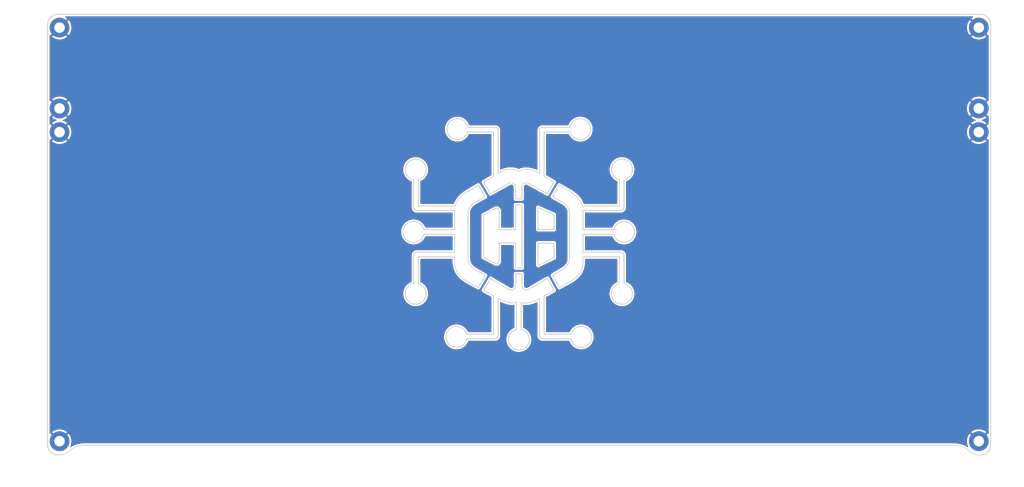
<source format=kicad_pcb>
(kicad_pcb (version 20210424) (generator pcbnew)
  (title_block (title "Static Plate") (date "2021-05-27") (rev "1.0") (company "0xCB") (comment 1 "Conor  Burns"))
  (layers (0 "F.Cu" signal) (31 "B.Cu" signal) (34 "B.Paste" user) (35 "F.Paste" user) (36 "B.SilkS" user "B.Silkscreen") (37 "F.SilkS" user "F.Silkscreen") (38 "B.Mask" user) (39 "F.Mask" user) (44 "Edge.Cuts" user))
  (net 0 "")
  (net 1 "GND")
  (footprint "MountingHole:MountingHole_2.5mm_Pad" (layer "F.Cu") (at 33.46 141.88)
    (fp_text reference "H4" hide)
    (fp_text value "MountingHole_Pad")
    (pad "1" thru_hole circle locked (at 0 0) (size 5 5) (drill 2.5) (layers *.Cu *.Mask) (net 1 "GND"))
  )
  (footprint "MountingHole:MountingHole_2.5mm_Pad" (layer "F.Cu") (at 266.06 37.22)
    (fp_text reference "H5" hide)
    (fp_text value "MountingHole_Pad")
    (pad "1" thru_hole circle locked (at 0 0) (size 5 5) (drill 2.5) (layers *.Cu *.Mask) (net 1 "GND"))
  )
  (footprint "MountingHole:MountingHole_2.5mm_Pad" (layer "F.Cu") (at 266.06 57.68)
    (fp_text reference "H6" hide)
    (fp_text value "MountingHole_Pad")
    (pad "1" thru_hole circle locked (at 0 0) (size 5 5) (drill 2.5) (layers *.Cu *.Mask) (net 1 "GND"))
  )
  (footprint "MountingHole:MountingHole_2.5mm_Pad" (layer "F.Cu") (at 266.06 141.87)
    (fp_text reference "H8" hide)
    (fp_text value "MountingHole_Pad")
    (pad "1" thru_hole circle locked (at 0 0) (size 5 5) (drill 2.5) (layers *.Cu *.Mask) (net 1 "GND"))
  )
  (footprint "MountingHole:MountingHole_2.5mm_Pad" (layer "F.Cu") (at 266.06 63.67)
    (fp_text reference "H7" hide)
    (fp_text value "MountingHole_Pad")
    (pad "1" thru_hole circle locked (at 0 0) (size 5 5) (drill 2.5) (layers *.Cu *.Mask) (net 1 "GND"))
  )
  (footprint "MountingHole:MountingHole_2.5mm_Pad" (layer "F.Cu") (at 33.46 37.23)
    (fp_text reference "H1" hide)
    (fp_text value "MountingHole_Pad")
    (pad "1" thru_hole circle locked (at 0 0) (size 5 5) (drill 2.5) (layers *.Cu *.Mask) (net 1 "GND"))
  )
  (footprint "MountingHole:MountingHole_2.5mm_Pad" (layer "F.Cu") (at 33.46 63.67)
    (fp_text reference "H3" hide)
    (fp_text value "MountingHole_Pad")
    (pad "1" thru_hole circle locked (at 0 0) (size 5 5) (drill 2.5) (layers *.Cu *.Mask) (net 1 "GND"))
  )
  (footprint "MountingHole:MountingHole_2.5mm_Pad" (layer "F.Cu") (at 33.46 57.68)
    (fp_text reference "H2" hide)
    (fp_text value "MountingHole_Pad")
    (pad "1" thru_hole circle locked (at 0 0) (size 5 5) (drill 2.5) (layers *.Cu *.Mask) (net 1 "GND"))
  )
  (gr_line (start 154.535212 97.395153) (end 158.606412 95.451796) (layer "Edge.Cuts") (width 0.25))
  (gr_curve (pts (xy 32.95875 145.375) (xy 36.45875 145.375) (xy 35.45875 142.875) (xy 40.45875 142.875)) (layer "Edge.Cuts") (width 0.2))
  (gr_line (start 165.922118 94.039603) (end 165.922118 89.532812) (layer "Edge.Cuts") (width 0.25))
  (gr_curve (pts (xy 162.429243 101.621985) (xy 165.215915 100.099734) (xy 166.155258 98.288143) (xy 165.922118 95.239603)) (layer "Edge.Cuts") (width 0.2))
  (gr_line (start 150.473331 102.516478) (end 150.473331 99.516478) (layer "Edge.Cuts") (width 0.25))
  (gr_line (start 175.084401 75.715586) (end 175.084401 82.336604) (layer "Edge.Cuts") (width 0.25))
  (gr_curve (pts (xy 154.87676 74.124757) (xy 153.017258 72.915987) (xy 150.674873 72.815394) (xy 149.712052 73.562658)) (layer "Edge.Cuts") (width 0.2))
  (gr_line (start 144.466408 74.124757) (end 144.466408 63.237788) (layer "Edge.Cuts") (width 0.25))
  (gr_line (start 156.07676 63.637788) (end 162.667414 63.637788) (layer "Edge.Cuts") (width 0.25))
  (gr_arc (start 155.67676 63.237788) (end 155.67676 62.437788) (angle -90) (layer "Edge.Cuts") (width 0.25))
  (gr_curve (pts (xy 162.489107 95.451796) (xy 162.489107 96.466146) (xy 162.208312 97.528697) (xy 160.758515 98.382686)) (layer "Edge.Cuts") (width 0.2))
  (gr_arc (start 123.858767 82.736604) (end 123.058767 82.736604) (angle -90) (layer "Edge.Cuts") (width 0.25))
  (gr_curve (pts (xy 133.421051 95.239603) (xy 133.18791 98.288143) (xy 134.127253 100.099734) (xy 136.913926 101.621985)) (layer "Edge.Cuts") (width 0.2))
  (gr_line (start 133.421051 89.532812) (end 133.421051 94.039603) (layer "Edge.Cuts") (width 0.25))
  (gr_line (start 148.869838 82.07579) (end 148.869838 88.332812) (layer "Edge.Cuts") (width 0.25))
  (gr_arc (start 134.12523 62.918532) (end 136.731259 62.437788) (angle -333.7993107) (layer "Edge.Cuts") (width 0.25))
  (gr_line (start 123.058767 94.839603) (end 123.058767 101.961077) (layer "Edge.Cuts") (width 0.25))
  (gr_line (start 125.639949 89.532812) (end 133.421051 89.532812) (layer "Edge.Cuts") (width 0.25))
  (gr_line (start 144.712379 88.332812) (end 144.712379 83.637669) (layer "Edge.Cuts") (width 0.25))
  (gr_circle (center 266.058749 37.227001) (end 264.808749 37.227001) (layer "Edge.Cuts") (width 0.25) (fill none))
  (gr_line (start 162.900239 114.7784) (end 156.080913 114.7784) (layer "Edge.Cuts") (width 0.25))
  (gr_line (start 124.258767 102.000721) (end 124.258767 95.239603) (layer "Edge.Cuts") (width 0.25))
  (gr_line (start 156.07676 74.812791) (end 156.07676 63.637788) (layer "Edge.Cuts") (width 0.25))
  (gr_line (start 133.606616 82.336604) (end 124.258767 82.336604) (layer "Edge.Cuts") (width 0.25))
  (gr_line (start 156.080913 105.08983) (end 158.59688 103.715456) (layer "Edge.Cuts") (width 0.25))
  (gr_arc (start 147.769838 102.516478) (end 147.211549 103.464272) (angle -120.4997848) (layer "Edge.Cuts") (width 0.25))
  (gr_line (start 158.169395 80.016198) (end 160.758515 81.469244) (layer "Edge.Cuts") (width 0.25))
  (gr_line (start 141.173773 80.016198) (end 139.438553 77.05856) (layer "Edge.Cuts") (width 0.25))
  (gr_line (start 165.922118 88.332812) (end 165.922118 83.536604) (layer "Edge.Cuts") (width 0.25))
  (gr_arc (start 155.680913 115.1784) (end 154.880913 115.1784) (angle -90) (layer "Edge.Cuts") (width 0.25))
  (gr_line (start 32.95875 33.875001) (end 266.558749 33.875001) (layer "Edge.Cuts") (width 0.25))
  (gr_line (start 150.473331 82.07579) (end 148.869838 82.07579) (layer "Edge.Cuts") (width 0.25))
  (gr_line (start 175.084401 82.336604) (end 165.736552 82.336604) (layer "Edge.Cuts") (width 0.25))
  (gr_arc (start 175.769627 104.560597) (end 175.084401 102.000721) (angle -333.8132577) (layer "Edge.Cuts") (width 0.25))
  (gr_arc (start 165.217938 62.918532) (end 162.667414 63.637788) (angle -333.7993107) (layer "Edge.Cuts") (width 0.25))
  (gr_arc (start 123.573541 73.15571) (end 124.258767 75.715586) (angle -333.8132577) (layer "Edge.Cuts") (width 0.25))
  (gr_arc (start 123.573541 104.560597) (end 123.058767 101.961077) (angle -333.8132577) (layer "Edge.Cuts") (width 0.25))
  (gr_line (start 142.482096 79.28195) (end 147.231488 76.61653) (layer "Edge.Cuts") (width 0.25))
  (gr_line (start 148.869838 88.332812) (end 144.712379 88.332812) (layer "Edge.Cuts") (width 0.25))
  (gr_line (start 136.854062 95.451796) (end 136.854062 83.912584) (layer "Edge.Cuts") (width 0.25))
  (gr_line (start 141.229424 99.940561) (end 138.584654 98.382686) (layer "Edge.Cuts") (width 0.25))
  (gr_line (start 154.535212 82.736604) (end 154.535212 88.332812) (layer "Edge.Cuts") (width 0.25))
  (gr_line (start 123.058767 75.755231) (end 123.058767 82.736604) (layer "Edge.Cuts") (width 0.25))
  (gr_curve (pts (xy 160.758515 81.469244) (xy 161.763055 82.033005) (xy 162.489107 83.000892) (xy 162.489107 83.912584)) (layer "Edge.Cuts") (width 0.2))
  (gr_line (start 136.913926 101.621985) (end 139.429548 102.996171) (layer "Edge.Cuts") (width 0.25))
  (gr_line (start 155.680913 115.9784) (end 162.848834 115.9784) (layer "Edge.Cuts") (width 0.25))
  (gr_curve (pts (xy 259.058749 142.875) (xy 264.058749 142.875) (xy 263.058749 145.375) (xy 266.558749 145.375)) (layer "Edge.Cuts") (width 0.2))
  (gr_arc (start 151.573331 77.575791) (end 152.11168 76.61653) (angle -119.3016987) (layer "Edge.Cuts") (width 0.25))
  (gr_arc (start 149.680276 116.144615) (end 149.071584 113.565469) (angle -333.8276395) (layer "Edge.Cuts") (width 0.25))
  (gr_line (start 133.421051 88.332812) (end 125.639949 88.332812) (layer "Edge.Cuts") (width 0.25))
  (gr_line (start 136.494334 115.9784) (end 143.662255 115.9784) (layer "Edge.Cuts") (width 0.25))
  (gr_line (start 142.521871 100.701864) (end 140.746634 103.715644) (layer "Edge.Cuts") (width 0.25))
  (gr_arc (start 266.558749 36.375001) (end 269.058749 36.375001) (angle -90) (layer "Edge.Cuts") (width 0.25))
  (gr_line (start 162.438697 78.545284) (end 159.904616 77.05856) (layer "Edge.Cuts") (width 0.25))
  (gr_line (start 143.262255 105.08983) (end 143.262255 114.7784) (layer "Edge.Cuts") (width 0.25))
  (gr_line (start 124.258767 82.336604) (end 124.258767 75.715586) (layer "Edge.Cuts") (width 0.25))
  (gr_line (start 149.071584 106.668965) (end 149.071584 113.565469) (layer "Edge.Cuts") (width 0.25))
  (gr_arc (start 143.666408 63.237788) (end 144.466408 63.237788) (angle -90) (layer "Edge.Cuts") (width 0.25))
  (gr_line (start 165.922118 83.536604) (end 175.484401 83.536604) (layer "Edge.Cuts") (width 0.25))
  (gr_line (start 156.861073 79.28195) (end 158.610842 76.299515) (layer "Edge.Cuts") (width 0.25))
  (gr_line (start 143.266408 63.637788) (end 143.266408 74.812791) (layer "Edge.Cuts") (width 0.25))
  (gr_curve (pts (xy 136.904471 78.545284) (xy 135.101921 79.602825) (xy 133.972939 80.821175) (xy 133.606616 82.336604)) (layer "Edge.Cuts") (width 0.2))
  (gr_line (start 150.473331 80.57579) (end 150.473331 77.575791) (layer "Edge.Cuts") (width 0.25))
  (gr_circle (center 33.45875 57.675001) (end 32.20875 57.675001) (layer "Edge.Cuts") (width 0.25) (fill none))
  (gr_line (start 176.284401 101.961077) (end 176.284401 94.839603) (layer "Edge.Cuts") (width 0.25))
  (gr_line (start 152.11168 76.61653) (end 156.861073 79.28195) (layer "Edge.Cuts") (width 0.25))
  (gr_line (start 136.675754 63.637788) (end 143.266408 63.637788) (layer "Edge.Cuts") (width 0.25))
  (gr_line (start 158.2123 99.882508) (end 159.913276 102.99636) (layer "Edge.Cuts") (width 0.25))
  (gr_line (start 140.732326 76.299515) (end 142.482096 79.28195) (layer "Edge.Cuts") (width 0.25))
  (gr_line (start 144.712379 91.732414) (end 148.869838 91.732414) (layer "Edge.Cuts") (width 0.25))
  (gr_arc (start 266.558749 142.875) (end 266.558749 145.375) (angle -90) (layer "Edge.Cuts") (width 0.25))
  (gr_line (start 148.869838 98.016478) (end 150.473331 98.016478) (layer "Edge.Cuts") (width 0.25))
  (gr_line (start 40.45875 142.875) (end 259.058749 142.875) (layer "Edge.Cuts") (width 0.25))
  (gr_line (start 150.271584 113.561428) (end 150.271584 106.752505) (layer "Edge.Cuts") (width 0.25))
  (gr_line (start 176.284401 82.736604) (end 176.284401 75.755231) (layer "Edge.Cuts") (width 0.25))
  (gr_arc (start 123.858767 94.839603) (end 123.858767 94.039603) (angle -90) (layer "Edge.Cuts") (width 0.25))
  (gr_line (start 148.869838 99.516478) (end 148.869838 102.516478) (layer "Edge.Cuts") (width 0.25))
  (gr_line (start 154.535212 88.332812) (end 158.606412 88.332812) (layer "Edge.Cuts") (width 0.25))
  (gr_line (start 162.489107 83.912584) (end 162.489107 95.451796) (layer "Edge.Cuts") (width 0.25))
  (gr_curve (pts (xy 138.584654 98.382686) (xy 137.134857 97.528697) (xy 136.854062 96.466146) (xy 136.854062 95.451796)) (layer "Edge.Cuts") (width 0.2))
  (gr_line (start 124.258767 95.239603) (end 133.421051 95.239603) (layer "Edge.Cuts") (width 0.25))
  (gr_line (start 154.535212 91.732414) (end 154.535212 97.395153) (layer "Edge.Cuts") (width 0.25))
  (gr_curve (pts (xy 150.271584 106.752505) (xy 151.16662 107.144083) (xy 152.979068 106.99864) (xy 154.880913 105.781175)) (layer "Edge.Cuts") (width 0.2))
  (gr_line (start 154.880913 105.781175) (end 154.880913 115.1784) (layer "Edge.Cuts") (width 0.25))
  (gr_line (start 158.606412 88.332812) (end 158.606412 84.533178) (layer "Edge.Cuts") (width 0.25))
  (gr_curve (pts (xy 136.854062 83.912584) (xy 136.854062 83.000892) (xy 137.580114 82.033005) (xy 138.584654 81.469244)) (layer "Edge.Cuts") (width 0.2))
  (gr_line (start 133.421051 94.039603) (end 123.858767 94.039603) (layer "Edge.Cuts") (width 0.25))
  (gr_line (start 173.703219 88.332812) (end 165.922118 88.332812) (layer "Edge.Cuts") (width 0.25))
  (gr_line (start 158.610842 76.299515) (end 156.07676 74.812791) (layer "Edge.Cuts") (width 0.25))
  (gr_line (start 165.922118 89.532812) (end 173.703219 89.532812) (layer "Edge.Cuts") (width 0.25))
  (gr_line (start 158.606412 91.732414) (end 154.535212 91.732414) (layer "Edge.Cuts") (width 0.25))
  (gr_line (start 150.473331 99.516478) (end 148.869838 99.516478) (layer "Edge.Cuts") (width 0.25))
  (gr_line (start 154.87676 63.237788) (end 154.87676 74.124757) (layer "Edge.Cuts") (width 0.25))
  (gr_arc (start 175.484401 82.736604) (end 175.484401 83.536604) (angle -90) (layer "Edge.Cuts") (width 0.25))
  (gr_line (start 148.869838 77.575791) (end 148.869838 80.57579) (layer "Edge.Cuts") (width 0.25))
  (gr_line (start 140.746634 103.715644) (end 143.262255 105.08983) (layer "Edge.Cuts") (width 0.25))
  (gr_circle (center 33.45875 63.675001) (end 32.20875 63.675001) (layer "Edge.Cuts") (width 0.25) (fill none))
  (gr_line (start 148.869838 91.732414) (end 148.869838 98.016478) (layer "Edge.Cuts") (width 0.25))
  (gr_line (start 138.584654 81.469244) (end 141.173773 80.016198) (layer "Edge.Cuts") (width 0.25))
  (gr_line (start 147.211549 103.464272) (end 142.521871 100.701864) (layer "Edge.Cuts") (width 0.25))
  (gr_line (start 139.438553 77.05856) (end 136.904471 78.545284) (layer "Edge.Cuts") (width 0.25))
  (gr_curve (pts (xy 144.462255 105.781175) (xy 146.411742 106.668965) (xy 147.362718 107.26715) (xy 149.071584 106.668965)) (layer "Edge.Cuts") (width 0.2))
  (gr_line (start 158.606412 84.533178) (end 154.535212 82.736604) (layer "Edge.Cuts") (width 0.25))
  (gr_line (start 143.666408 62.437788) (end 136.731259 62.437788) (layer "Edge.Cuts") (width 0.25))
  (gr_line (start 123.858767 83.536604) (end 133.421051 83.536604) (layer "Edge.Cuts") (width 0.25))
  (gr_line (start 143.262255 114.7784) (end 136.44293 114.7784) (layer "Edge.Cuts") (width 0.25))
  (gr_line (start 160.758515 98.382686) (end 158.2123 99.882508) (layer "Edge.Cuts") (width 0.25))
  (gr_line (start 156.080913 114.7784) (end 156.080913 105.08983) (layer "Edge.Cuts") (width 0.25))
  (gr_line (start 158.606412 95.451796) (end 158.606412 91.732414) (layer "Edge.Cuts") (width 0.25))
  (gr_line (start 159.904616 77.05856) (end 158.169395 80.016198) (layer "Edge.Cuts") (width 0.25))
  (gr_line (start 148.869838 80.57579) (end 150.473331 80.57579) (layer "Edge.Cuts") (width 0.25))
  (gr_circle (center 266.058749 57.675001) (end 264.808749 57.675001) (layer "Edge.Cuts") (width 0.25) (fill none))
  (gr_line (start 143.266408 74.812791) (end 140.732326 76.299515) (layer "Edge.Cuts") (width 0.25))
  (gr_line (start 133.421051 83.536604) (end 133.421051 88.332812) (layer "Edge.Cuts") (width 0.25))
  (gr_line (start 139.429548 102.996171) (end 141.229424 99.940561) (layer "Edge.Cuts") (width 0.25))
  (gr_circle (center 33.45875 37.227001) (end 32.20875 37.227001) (layer "Edge.Cuts") (width 0.25) (fill none))
  (gr_line (start 269.058749 36.375001) (end 269.058749 142.875) (layer "Edge.Cuts") (width 0.25))
  (gr_arc (start 175.484401 94.839603) (end 176.284401 94.839603) (angle -90) (layer "Edge.Cuts") (width 0.25))
  (gr_line (start 144.462255 115.1784) (end 144.462255 105.781175) (layer "Edge.Cuts") (width 0.25))
  (gr_line (start 175.084401 95.239603) (end 175.084401 102.000721) (layer "Edge.Cuts") (width 0.25))
  (gr_arc (start 143.662255 115.1784) (end 143.662255 115.9784) (angle -90) (layer "Edge.Cuts") (width 0.25))
  (gr_arc (start 32.95875 36.375001) (end 32.95875 33.875001) (angle -90) (layer "Edge.Cuts") (width 0.25))
  (gr_line (start 165.922118 95.239603) (end 175.084401 95.239603) (layer "Edge.Cuts") (width 0.25))
  (gr_circle (center 33.45875 141.875) (end 32.20875 141.875) (layer "Edge.Cuts") (width 0.25) (fill none))
  (gr_line (start 30.45875 142.875) (end 30.45875 36.375001) (layer "Edge.Cuts") (width 0.25))
  (gr_arc (start 32.95875 142.875) (end 30.45875 142.875) (angle -90) (layer "Edge.Cuts") (width 0.25))
  (gr_line (start 143.673885 83.024952) (end 140.688529 84.674205) (layer "Edge.Cuts") (width 0.25))
  (gr_circle (center 266.058749 63.675001) (end 264.808749 63.675001) (layer "Edge.Cuts") (width 0.25) (fill none))
  (gr_line (start 162.611909 62.437788) (end 155.67676 62.437788) (layer "Edge.Cuts") (width 0.25))
  (gr_line (start 175.484401 94.039603) (end 165.922118 94.039603) (layer "Edge.Cuts") (width 0.25))
  (gr_arc (start 176.284401 88.932812) (end 173.703219 89.532812) (angle -333.8277905) (layer "Edge.Cuts") (width 0.25))
  (gr_arc (start 175.769627 73.15571) (end 176.284401 75.755231) (angle -333.8132577) (layer "Edge.Cuts") (width 0.25))
  (gr_arc (start 133.889943 115.488863) (end 136.44293 114.7784) (angle -333.8033613) (layer "Edge.Cuts") (width 0.25))
  (gr_arc (start 123.058767 88.932812) (end 125.639949 88.332812) (angle -333.8277905) (layer "Edge.Cuts") (width 0.25))
  (gr_arc (start 144.012379 96.291783) (end 143.687051 96.911591) (angle -117.6943088) (layer "Edge.Cuts") (width 0.25))
  (gr_line (start 159.913276 102.99636) (end 162.429243 101.621985) (layer "Edge.Cuts") (width 0.25))
  (gr_curve (pts (xy 149.712052 73.562658) (xy 148.174412 72.729171) (xy 146.061955 72.930357) (xy 144.466408 74.124757)) (layer "Edge.Cuts") (width 0.2))
  (gr_line (start 140.688529 84.674205) (end 140.688529 95.337711) (layer "Edge.Cuts") (width 0.25))
  (gr_line (start 156.919177 100.644209) (end 152.13162 103.464272) (layer "Edge.Cuts") (width 0.25))
  (gr_arc (start 151.573331 102.516478) (end 150.473331 102.516478) (angle -120.4997848) (layer "Edge.Cuts") (width 0.25))
  (gr_circle (center 266.058749 141.875) (end 264.808749 141.875) (layer "Edge.Cuts") (width 0.25) (fill none))
  (gr_line (start 150.473331 98.016478) (end 150.473331 82.07579) (layer "Edge.Cuts") (width 0.25))
  (gr_line (start 144.712379 96.291783) (end 144.712379 91.732414) (layer "Edge.Cuts") (width 0.25))
  (gr_line (start 158.59688 103.715456) (end 156.919177 100.644209) (layer "Edge.Cuts") (width 0.25))
  (gr_curve (pts (xy 165.736552 82.336604) (xy 165.37023 80.821175) (xy 164.241248 79.602825) (xy 162.438697 78.545284)) (layer "Edge.Cuts") (width 0.2))
  (gr_arc (start 165.453226 115.488863) (end 162.848834 115.9784) (angle -333.8033613) (layer "Edge.Cuts") (width 0.25))
  (gr_arc (start 144.012379 83.637669) (end 144.712379 83.637669) (angle -118.918348) (layer "Edge.Cuts") (width 0.25))
  (gr_line (start 140.688529 95.337711) (end 143.687051 96.911591) (layer "Edge.Cuts") (width 0.25))
  (gr_arc (start 147.769838 77.575791) (end 148.869838 77.575791) (angle -119.3016987) (layer "Edge.Cuts") (width 0.25))
  (zone (net 1) (net_name "GND") (layer "F.Cu") (connect_pads (clearance 0.508)) (min_thickness 0.254) (fill yes (thermal_gap 0.508) (thermal_bridge_width 0.508))
    (polygon (pts (xy 273.43 153.46) (xy 23.89 153.46) (xy 24.5 31.25) (xy 273 32.25)))
  )
  (zone (net 1) (net_name "GND") (layer "B.Cu") (connect_pads (clearance 0.508)) (min_thickness 0.254) (fill yes (thermal_gap 0.508) (thermal_bridge_width 0.508))
    (polygon (pts (xy 277.523183 30.707115) (xy 277.25 152.75) (xy 18.393183 153.25) (xy 18.643183 30.297115) (xy 18.643183 30.307115) (xy 18.653183 30.237115)))
  )
)
</source>
